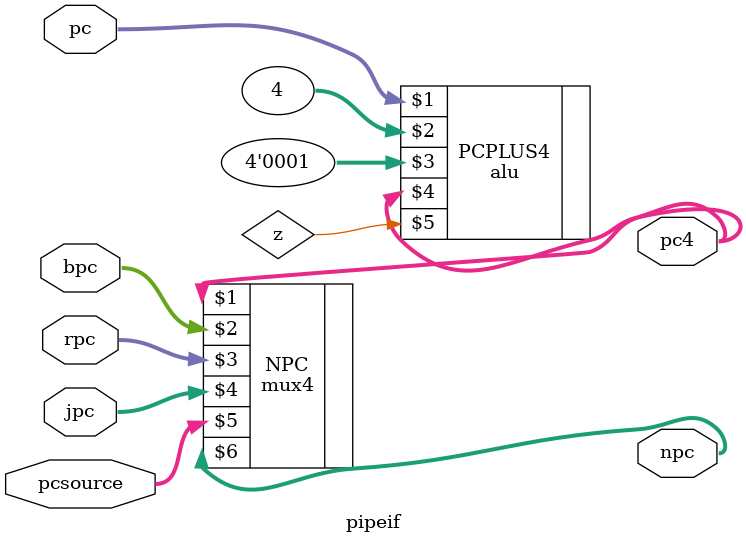
<source format=v>
module pipeif(pcsource, pc, bpc, rpc, jpc, npc, pc4); 

    input  [31:0] pc, bpc, rpc, jpc;
    input  [1 :0] pcsource;
	output [31:0] npc, pc4;	
	wire z;
	
    mux4 #(32) NPC(pc4, bpc, rpc, jpc, pcsource, npc); 
    alu PCPLUS4(pc, 32'h4, 4'b0001, pc4, z);
	
endmodule
</source>
